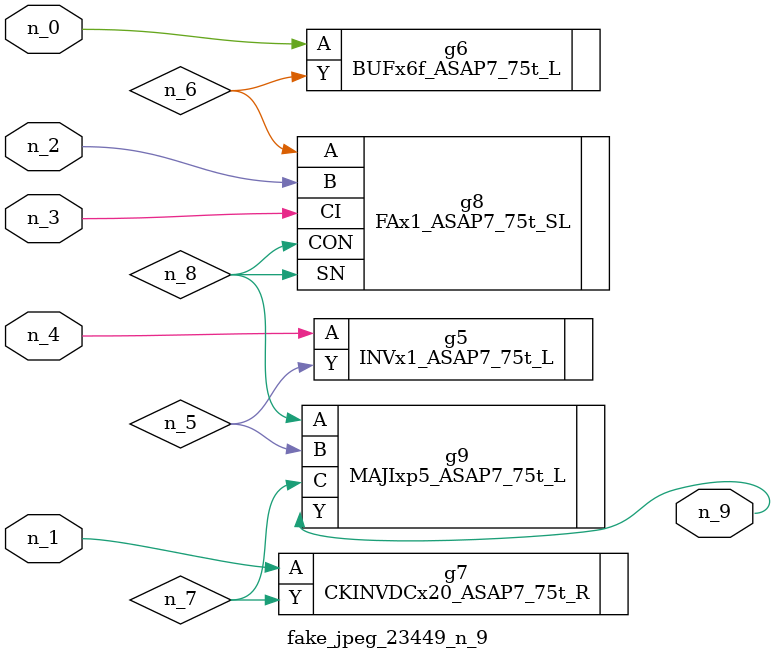
<source format=v>
module fake_jpeg_23449_n_9 (n_3, n_2, n_1, n_0, n_4, n_9);

input n_3;
input n_2;
input n_1;
input n_0;
input n_4;

output n_9;

wire n_8;
wire n_6;
wire n_5;
wire n_7;

INVx1_ASAP7_75t_L g5 ( 
.A(n_4),
.Y(n_5)
);

BUFx6f_ASAP7_75t_L g6 ( 
.A(n_0),
.Y(n_6)
);

CKINVDCx20_ASAP7_75t_R g7 ( 
.A(n_1),
.Y(n_7)
);

FAx1_ASAP7_75t_SL g8 ( 
.A(n_6),
.B(n_2),
.CI(n_3),
.CON(n_8),
.SN(n_8)
);

MAJIxp5_ASAP7_75t_L g9 ( 
.A(n_8),
.B(n_5),
.C(n_7),
.Y(n_9)
);


endmodule
</source>
